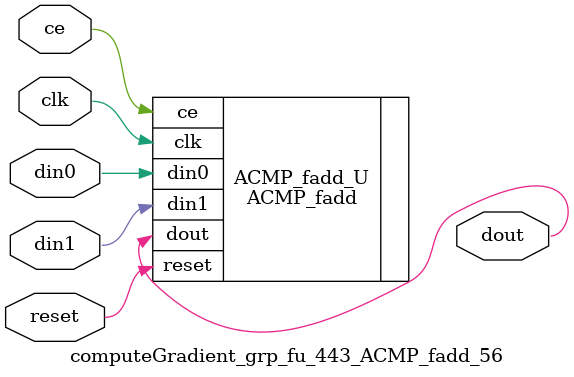
<source format=v>

`timescale 1 ns / 1 ps
module computeGradient_grp_fu_443_ACMP_fadd_56(
    clk,
    reset,
    ce,
    din0,
    din1,
    dout);

parameter ID = 32'd1;
parameter NUM_STAGE = 32'd1;
parameter din0_WIDTH = 32'd1;
parameter din1_WIDTH = 32'd1;
parameter dout_WIDTH = 32'd1;
input clk;
input reset;
input ce;
input[din0_WIDTH - 1:0] din0;
input[din1_WIDTH - 1:0] din1;
output[dout_WIDTH - 1:0] dout;



ACMP_fadd #(
.ID( ID ),
.NUM_STAGE( 4 ),
.din0_WIDTH( din0_WIDTH ),
.din1_WIDTH( din1_WIDTH ),
.dout_WIDTH( dout_WIDTH ))
ACMP_fadd_U(
    .clk( clk ),
    .reset( reset ),
    .ce( ce ),
    .din0( din0 ),
    .din1( din1 ),
    .dout( dout ));

endmodule

</source>
